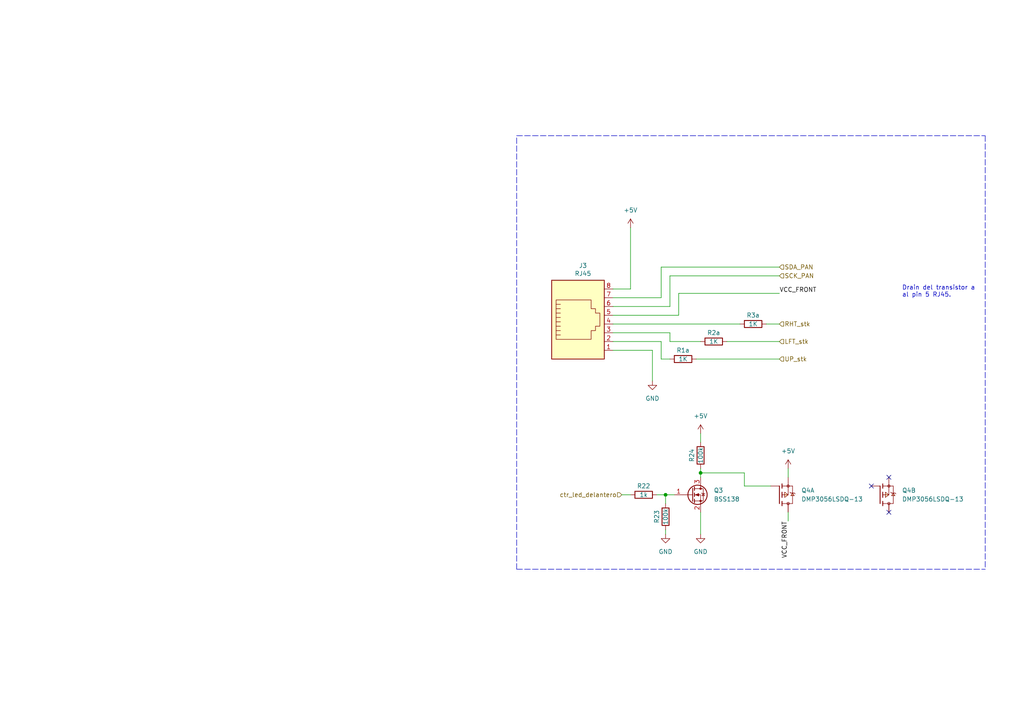
<source format=kicad_sch>
(kicad_sch (version 20211123) (generator eeschema)
  (paper "A4")
  (lib_symbols
    (symbol "Connector:RJ45" (pin_names (offset 1.016))
      (property "Reference" "J" (at -5.08 13.97 0))
      (property "Value" "RJ45" (at 2.54 13.97 0))
      (symbol "RJ45_0_1"
        (polyline (pts (xy -5.08 4.445) (xy -6.35 4.445)))
        (polyline (pts (xy -5.08 5.715) (xy -6.35 5.715)))
        (polyline (pts (xy -6.35 -3.175) (xy -5.08 -3.175) (xy -5.08 -3.175)))
        (polyline (pts (xy -6.35 -1.905) (xy -5.08 -1.905) (xy -5.08 -1.905)))
        (polyline (pts (xy -6.35 -0.635) (xy -5.08 -0.635) (xy -5.08 -0.635)))
        (polyline (pts (xy -6.35 0.635) (xy -5.08 0.635) (xy -5.08 0.635)))
        (polyline (pts (xy -6.35 1.905) (xy -5.08 1.905) (xy -5.08 1.905)))
        (polyline (pts (xy -5.08 3.175) (xy -6.35 3.175) (xy -6.35 3.175)))
        (polyline (pts (xy -6.35 -4.445) (xy -6.35 6.985) (xy 3.81 6.985) (xy 3.81 4.445) (xy 5.08 4.445) (xy 5.08 3.175) (xy 6.35 3.175) (xy 6.35 -0.635) (xy 5.08 -0.635) (xy 5.08 -1.905) (xy 3.81 -1.905) (xy 3.81 -4.445) (xy -6.35 -4.445) (xy -6.35 -4.445)))
        (rectangle (start 7.62 12.7) (end -7.62 -10.16) (stroke (width 0.254)) (fill (type background)))
      )
      (symbol "RJ45_1_1"
        (pin passive line (at 10.16 -7.62 180) (length 2.54) (name "~") (number "1"))
        (pin passive line (at 10.16 -5.08 180) (length 2.54) (name "~") (number "2"))
        (pin passive line (at 10.16 -2.54 180) (length 2.54) (name "~") (number "3"))
        (pin passive line (at 10.16 0 180) (length 2.54) (name "~") (number "4"))
        (pin passive line (at 10.16 2.54 180) (length 2.54) (name "~") (number "5"))
        (pin passive line (at 10.16 5.08 180) (length 2.54) (name "~") (number "6"))
        (pin passive line (at 10.16 7.62 180) (length 2.54) (name "~") (number "7"))
        (pin passive line (at 10.16 10.16 180) (length 2.54) (name "~") (number "8"))
      )
    )
    (symbol "DMP3056LSDQ-13:DMP3056LSDQ-13" (pin_numbers hide) (pin_names (offset 1.016) hide)
      (property "Reference" "Q" (at -8.89 3.81 0))
      (property "Value" "DMP3056LSDQ-13" (at -8.89 -6.35 0))
      (symbol "DMP3056LSDQ-13_1_0"
        (polyline (pts (xy 0 -2.54) (xy 0 2.54)) (stroke (width 0.254)))
        (polyline (pts (xy 0.762 -3.175) (xy 0.762 -2.54)) (stroke (width 0.254)))
        (polyline (pts (xy 0.762 -2.54) (xy 0.762 -1.905)) (stroke (width 0.254)))
        (polyline (pts (xy 0.762 -2.54) (xy 3.81 -2.54)) (stroke (width 0.1524)))
        (polyline (pts (xy 0.762 -0.762) (xy 0.762 0)) (stroke (width 0.254)))
        (polyline (pts (xy 0.762 0) (xy 0.762 0.762)) (stroke (width 0.254)))
        (polyline (pts (xy 0.762 0) (xy 2.54 0)) (stroke (width 0.1524)))
        (polyline (pts (xy 0.762 1.905) (xy 0.762 2.54)) (stroke (width 0.254)))
        (polyline (pts (xy 0.762 2.54) (xy 0.762 3.175)) (stroke (width 0.254)))
        (polyline (pts (xy 2.54 0) (xy 2.54 2.54)) (stroke (width 0.1524)))
        (polyline (pts (xy 2.54 2.54) (xy 0.762 2.54)) (stroke (width 0.1524)))
        (polyline (pts (xy 2.54 2.54) (xy 3.81 2.54)) (stroke (width 0.1524)))
        (polyline (pts (xy 3.048 0.762) (xy 3.302 0.508)) (stroke (width 0.1524)))
        (polyline (pts (xy 3.302 0.508) (xy 3.81 0.508)) (stroke (width 0.1524)))
        (polyline (pts (xy 3.81 -2.54) (xy 3.81 0.508)) (stroke (width 0.1524)))
        (polyline (pts (xy 3.81 0.508) (xy 3.81 2.54)) (stroke (width 0.1524)))
        (polyline (pts (xy 3.81 0.508) (xy 4.318 0.508)) (stroke (width 0.1524)))
        (polyline (pts (xy 4.318 0.508) (xy 4.572 0.254)) (stroke (width 0.1524)))
        (polyline (pts (xy 2.54 0) (xy 1.524 0.762) (xy 1.524 -0.762) (xy 2.54 0)) (stroke (width 0.1524)) (fill (type background)))
        (polyline (pts (xy 3.81 0.508) (xy 4.318 -0.254) (xy 3.302 -0.254) (xy 3.81 0.508)) (stroke (width 0.1524)) (fill (type background)))
        (circle (center 2.54 -2.54) (radius 0.3556))
        (circle (center 2.54 2.54) (radius 0.3556))
        (pin passive line (at 2.54 5.08 270) (length 2.54) (name "~") (number "1"))
        (pin passive line (at -2.54 2.54 0) (length 2.54) (name "~") (number "2"))
        (pin passive line (at 2.54 -5.08 90) (length 2.54) (name "~") (number "7"))
        (pin passive line (at 2.54 -5.08 90) (length 2.54) (name "~") (number "8"))
      )
      (symbol "DMP3056LSDQ-13_2_0"
        (polyline (pts (xy 0 -2.54) (xy 0 2.54)) (stroke (width 0.254)))
        (polyline (pts (xy 0.762 -3.175) (xy 0.762 -2.54)) (stroke (width 0.254)))
        (polyline (pts (xy 0.762 -2.54) (xy 0.762 -1.905)) (stroke (width 0.254)))
        (polyline (pts (xy 0.762 -2.54) (xy 3.81 -2.54)) (stroke (width 0.1524)))
        (polyline (pts (xy 0.762 -0.762) (xy 0.762 0)) (stroke (width 0.254)))
        (polyline (pts (xy 0.762 0) (xy 0.762 0.762)) (stroke (width 0.254)))
        (polyline (pts (xy 0.762 0) (xy 2.54 0)) (stroke (width 0.1524)))
        (polyline (pts (xy 0.762 1.905) (xy 0.762 2.54)) (stroke (width 0.254)))
        (polyline (pts (xy 0.762 2.54) (xy 0.762 3.175)) (stroke (width 0.254)))
        (polyline (pts (xy 2.54 0) (xy 2.54 2.54)) (stroke (width 0.1524)))
        (polyline (pts (xy 2.54 2.54) (xy 0.762 2.54)) (stroke (width 0.1524)))
        (polyline (pts (xy 2.54 2.54) (xy 3.81 2.54)) (stroke (width 0.1524)))
        (polyline (pts (xy 3.048 0.762) (xy 3.302 0.508)) (stroke (width 0.1524)))
        (polyline (pts (xy 3.302 0.508) (xy 3.81 0.508)) (stroke (width 0.1524)))
        (polyline (pts (xy 3.81 -2.54) (xy 3.81 0.508)) (stroke (width 0.1524)))
        (polyline (pts (xy 3.81 0.508) (xy 3.81 2.54)) (stroke (width 0.1524)))
        (polyline (pts (xy 3.81 0.508) (xy 4.318 0.508)) (stroke (width 0.1524)))
        (polyline (pts (xy 4.318 0.508) (xy 4.572 0.254)) (stroke (width 0.1524)))
        (polyline (pts (xy 2.54 0) (xy 1.524 0.762) (xy 1.524 -0.762) (xy 2.54 0)) (stroke (width 0.1524)) (fill (type background)))
        (polyline (pts (xy 3.81 0.508) (xy 4.318 -0.254) (xy 3.302 -0.254) (xy 3.81 0.508)) (stroke (width 0.1524)) (fill (type background)))
        (circle (center 2.54 -2.54) (radius 0.3556))
        (circle (center 2.54 2.54) (radius 0.3556))
        (pin passive line (at 2.54 5.08 270) (length 2.54) (name "~") (number "3"))
        (pin passive line (at -2.54 2.54 0) (length 2.54) (name "~") (number "4"))
        (pin passive line (at 2.54 -5.08 90) (length 2.54) (name "~") (number "5"))
        (pin passive line (at 2.54 -5.08 90) (length 2.54) (name "~") (number "6"))
      )
    )
    (symbol "Device:R" (pin_numbers hide) (pin_names (offset 0))
      (property "Reference" "R" (at 2.032 0 90))
      (property "Value" "R" (at 0 0 90))
      (symbol "R_0_1"
        (rectangle (start -1.016 -2.54) (end 1.016 2.54) (stroke (width 0.254)))
      )
      (symbol "R_1_1"
        (pin passive line (at 0 3.81 270) (length 1.27) (name "~") (number "1"))
        (pin passive line (at 0 -3.81 90) (length 1.27) (name "~") (number "2"))
      )
    )
    (symbol "Transistor_FET:BSS138" (pin_names hide)
      (property "Reference" "Q" (at 5.08 1.905 0))
      (property "Value" "BSS138" (at 5.08 0 0))
      (symbol "BSS138_0_1"
        (polyline (pts (xy 0.254 0) (xy -2.54 0)))
        (polyline (pts (xy 0.254 1.905) (xy 0.254 -1.905)) (stroke (width 0.254)))
        (polyline (pts (xy 0.762 -1.27) (xy 0.762 -2.286)) (stroke (width 0.254)))
        (polyline (pts (xy 0.762 0.508) (xy 0.762 -0.508)) (stroke (width 0.254)))
        (polyline (pts (xy 0.762 2.286) (xy 0.762 1.27)) (stroke (width 0.254)))
        (polyline (pts (xy 2.54 2.54) (xy 2.54 1.778)))
        (polyline (pts (xy 2.54 -2.54) (xy 2.54 0) (xy 0.762 0)))
        (polyline (pts (xy 0.762 -1.778) (xy 3.302 -1.778) (xy 3.302 1.778) (xy 0.762 1.778)))
        (polyline (pts (xy 1.016 0) (xy 2.032 0.381) (xy 2.032 -0.381) (xy 1.016 0)) (fill (type outline)))
        (polyline (pts (xy 2.794 0.508) (xy 2.921 0.381) (xy 3.683 0.381) (xy 3.81 0.254)))
        (polyline (pts (xy 3.302 0.381) (xy 2.921 -0.254) (xy 3.683 -0.254) (xy 3.302 0.381)))
        (circle (center 1.651 0) (radius 2.794) (stroke (width 0.254)))
        (circle (center 2.54 -1.778) (radius 0.254) (fill (type outline)))
        (circle (center 2.54 1.778) (radius 0.254) (fill (type outline)))
      )
      (symbol "BSS138_1_1"
        (pin input line (at -5.08 0 0) (length 2.54) (name "G") (number "1"))
        (pin passive line (at 2.54 -5.08 90) (length 2.54) (name "S") (number "2"))
        (pin passive line (at 2.54 5.08 270) (length 2.54) (name "D") (number "3"))
      )
    )
    (symbol "power:+5V" (power) (pin_names (offset 0))
      (property "Value" "+5V" (at 0 3.556 0))
      (symbol "+5V_0_1"
        (polyline (pts (xy -0.762 1.27) (xy 0 2.54)))
        (polyline (pts (xy 0 0) (xy 0 2.54)))
        (polyline (pts (xy 0 2.54) (xy 0.762 1.27)))
      )
      (symbol "+5V_1_1"
        (pin power_in line (at 0 0 90) (length 0) hide (name "+5V") (number "1"))
      )
    )
    (symbol "power:GND" (power) (pin_names (offset 0))
      (property "Value" "GND" (at 0 -3.81 0))
      (symbol "GND_0_1"
        (polyline (pts (xy 0 0) (xy 0 -1.27) (xy 1.27 -1.27) (xy 0 -2.54) (xy -1.27 -1.27) (xy 0 -1.27)))
      )
      (symbol "GND_1_1"
        (pin power_in line (at 0 0 270) (length 0) hide (name "GND") (number "1"))
      )
    )
  )
  (junction (at 203.2 137.16))
  (junction (at 193.04 143.51))
  (no_connect (at 257.81 148.59))
  (no_connect (at 257.81 138.43))
  (no_connect (at 252.73 140.97))
  (wire (pts (xy 210.82 99.06) (xy 226.06 99.06)))
  (wire (pts (xy 180.34 143.51) (xy 182.88 143.51)))
  (wire (pts (xy 228.6 135.89) (xy 228.6 138.43)))
  (wire (pts (xy 228.6 148.59) (xy 228.6 151.13)))
  (wire (pts (xy 177.8 91.44) (xy 196.85 91.44)))
  (wire (pts (xy 203.2 135.89) (xy 203.2 137.16)))
  (wire (pts (xy 203.2 99.06) (xy 194.31 99.06)))
  (wire (pts (xy 177.8 86.36) (xy 191.77 86.36)))
  (wire (pts (xy 196.85 85.09) (xy 226.06 85.09)))
  (wire (pts (xy 193.04 153.67) (xy 193.04 154.94)))
  (wire (pts (xy 191.77 104.14) (xy 194.31 104.14)))
  (wire (pts (xy 189.23 101.6) (xy 189.23 110.49)))
  (wire (pts (xy 194.31 99.06) (xy 194.31 96.52)))
  (wire (pts (xy 182.88 66.04) (xy 182.88 83.82)))
  (wire (pts (xy 177.8 99.06) (xy 191.77 99.06)))
  (wire (pts (xy 215.9 140.97) (xy 215.9 137.16)))
  (polyline (pts (xy 149.86 39.37) (xy 285.75 39.37)))
  (wire (pts (xy 203.2 137.16) (xy 203.2 138.43)))
  (wire (pts (xy 215.9 137.16) (xy 203.2 137.16)))
  (wire (pts (xy 190.5 143.51) (xy 193.04 143.51)))
  (wire (pts (xy 203.2 125.73) (xy 203.2 128.27)))
  (polyline (pts (xy 285.75 39.37) (xy 285.75 165.1)))
  (polyline (pts (xy 149.86 165.1) (xy 285.75 165.1)))
  (wire (pts (xy 194.31 88.9) (xy 194.31 80.01)))
  (wire (pts (xy 177.8 101.6) (xy 189.23 101.6)))
  (wire (pts (xy 177.8 93.98) (xy 214.63 93.98)))
  (wire (pts (xy 191.77 99.06) (xy 191.77 104.14)))
  (wire (pts (xy 177.8 88.9) (xy 194.31 88.9)))
  (wire (pts (xy 194.31 96.52) (xy 177.8 96.52)))
  (wire (pts (xy 201.93 104.14) (xy 226.06 104.14)))
  (polyline (pts (xy 149.86 165.1) (xy 149.86 39.37)))
  (wire (pts (xy 222.25 93.98) (xy 226.06 93.98)))
  (wire (pts (xy 196.85 91.44) (xy 196.85 85.09)))
  (wire (pts (xy 191.77 77.47) (xy 226.06 77.47)))
  (wire (pts (xy 193.04 143.51) (xy 195.58 143.51)))
  (wire (pts (xy 177.8 83.82) (xy 182.88 83.82)))
  (wire (pts (xy 203.2 148.59) (xy 203.2 154.94)))
  (wire (pts (xy 193.04 143.51) (xy 193.04 146.05)))
  (wire (pts (xy 223.52 140.97) (xy 215.9 140.97)))
  (wire (pts (xy 191.77 86.36) (xy 191.77 77.47)))
  (wire (pts (xy 194.31 80.01) (xy 226.06 80.01)))
  (text "Drain del transistor a \nal pin 5 RJ45.\n" (at 261.62 86.36 0) (effects (font (size 1.27 1.27)) (justify left bottom)))
  (label "VCC_FRONT" (at 228.6 151.13 270))
  (label "VCC_FRONT" (at 226.06 85.09 0))
  (hierarchical_label "RHT_stk" (shape input) (at 226.06 93.98 0))
  (hierarchical_label "SDA_PAN" (shape input) (at 226.06 77.47 0))
  (hierarchical_label "ctr_led_delantero" (shape input) (at 180.34 143.51 180))
  (hierarchical_label "LFT_stk" (shape input) (at 226.06 99.06 0))
  (hierarchical_label "UP_stk" (shape input) (at 226.06 104.14 0))
  (hierarchical_label "SCK_PAN" (shape input) (at 226.06 80.01 0))
  (symbol (lib_id "Connector:RJ45") (at 167.64 93.98 0) (unit 1)
    (property "Reference" "J3" (at 169.0878 77.0382 0))
    (property "Value" "RJ45" (at 169.0878 79.3496 0))
    (property "Footprint" "Connector_RJ:RJ45_Amphenol_54602-x08_Horizontal" (effects hide))
  )
  (symbol (lib_id "Device:R") (at 198.12 104.14 90) (unit 1)
    (property "Reference" "R1a" (at 198.12 101.6 90))
    (property "Value" "1K" (at 198.12 104.14 90))
    (property "Footprint" "Resistor_SMD:R_0805_2012Metric_Pad1.20x1.40mm_HandSolder" (effects hide))
  )
  (symbol (lib_id "power:+5V") (at 182.88 66.04 0) (unit 1)
    (property "Reference" "#PWR?" (effects hide))
    (property "Value" "+5V" (at 182.88 60.96 0))
  )
  (symbol (lib_id "Device:R") (at 186.69 143.51 90) (unit 1)
    (property "Reference" "R22" (at 186.69 140.97 90))
    (property "Value" "1k" (at 186.69 143.51 90))
    (property "Footprint" "Resistor_SMD:R_0805_2012Metric_Pad1.20x1.40mm_HandSolder" (effects hide))
  )
  (symbol (lib_id "Device:R") (at 193.04 149.86 180) (unit 1)
    (property "Reference" "R23" (at 190.5 149.86 90))
    (property "Value" "100k" (at 193.04 149.86 90))
    (property "Footprint" "Resistor_SMD:R_0805_2012Metric_Pad1.20x1.40mm_HandSolder" (effects hide))
  )
  (symbol (lib_id "power:+5V") (at 228.6 135.89 0) (unit 1)
    (property "Reference" "#PWR037" (effects hide))
    (property "Value" "+5V" (at 228.6 130.81 0))
  )
  (symbol (lib_id "Device:R") (at 203.2 132.08 180) (unit 1)
    (property "Reference" "R24" (at 200.66 132.08 90))
    (property "Value" "100k" (at 203.2 132.08 90))
    (property "Footprint" "Resistor_SMD:R_0805_2012Metric_Pad1.20x1.40mm_HandSolder" (effects hide))
  )
  (symbol (lib_id "power:GND") (at 193.04 154.94 0) (unit 1)
    (property "Reference" "#PWR034" (effects hide))
    (property "Value" "GND" (at 193.04 160.02 0))
  )
  (symbol (lib_id "power:GND") (at 189.23 110.49 0) (unit 1)
    (property "Reference" "#PWR?" (effects hide))
    (property "Value" "GND" (at 189.23 115.57 0))
  )
  (symbol (lib_id "power:+5V") (at 203.2 125.73 0) (unit 1)
    (property "Reference" "#PWR?" (effects hide))
    (property "Value" "+5V" (at 203.2 120.65 0))
  )
  (symbol (lib_id "Device:R") (at 207.01 99.06 90) (unit 1)
    (property "Reference" "R2a" (at 207.01 96.52 90))
    (property "Value" "1K" (at 207.01 99.06 90))
    (property "Footprint" "Resistor_SMD:R_0805_2012Metric_Pad1.20x1.40mm_HandSolder" (effects hide))
  )
  (symbol (lib_id "Device:R") (at 218.44 93.98 90) (unit 1)
    (property "Reference" "R3a" (at 218.44 91.44 90))
    (property "Value" "1K" (at 218.44 93.98 90))
    (property "Footprint" "Resistor_SMD:R_0805_2012Metric_Pad1.20x1.40mm_HandSolder" (effects hide))
  )
  (symbol (lib_id "DMP3056LSDQ-13:DMP3056LSDQ-13") (at 226.06 143.51 0) (unit 1)
    (property "Reference" "Q4" (at 232.41 142.2399 0) (effects (justify left)))
    (property "Value" "DMP3056LSDQ-13" (at 232.41 144.7799 0) (effects (justify left)))
    (property "Footprint" "DMP3056LSD:SOIC127P600X175-8N" (effects hide))
    (property "STANDARD" "IPC 7351B" (effects hide))
    (property "MANUFACTURER" "Diodes Inc." (effects hide))
    (property "MAXIMUM_PACKAGE_HEIGHT" "1.7 mm" (effects hide))
    (property "PARTREV" "1-2" (effects hide))
  )
  (symbol (lib_id "Transistor_FET:BSS138") (at 200.66 143.51 0) (unit 1)
    (property "Reference" "Q3" (at 207.01 142.2399 0) (effects (justify left)))
    (property "Value" "BSS138" (at 207.01 144.7799 0) (effects (justify left)))
    (property "Footprint" "Package_TO_SOT_SMD:SOT-23" (effects hide))
    (property "Datasheet" "https://www.onsemi.com/pub/Collateral/BSS138-D.PDF" (effects hide))
  )
  (symbol (lib_id "power:GND") (at 203.2 154.94 0) (unit 1)
    (property "Reference" "#PWR036" (effects hide))
    (property "Value" "GND" (at 203.2 160.02 0))
  )
  (symbol (lib_id "DMP3056LSDQ-13:DMP3056LSDQ-13") (at 255.27 143.51 0) (unit 2)
    (property "Reference" "Q4" (at 261.62 142.2399 0) (effects (justify left)))
    (property "Value" "DMP3056LSDQ-13" (at 261.62 144.7799 0) (effects (justify left)))
    (property "Footprint" "DMP3056LSD:SOIC127P600X175-8N" (effects hide))
    (property "STANDARD" "IPC 7351B" (effects hide))
    (property "MANUFACTURER" "Diodes Inc." (effects hide))
    (property "MAXIMUM_PACKAGE_HEIGHT" "1.7 mm" (effects hide))
    (property "PARTREV" "1-2" (effects hide))
  )
)
</source>
